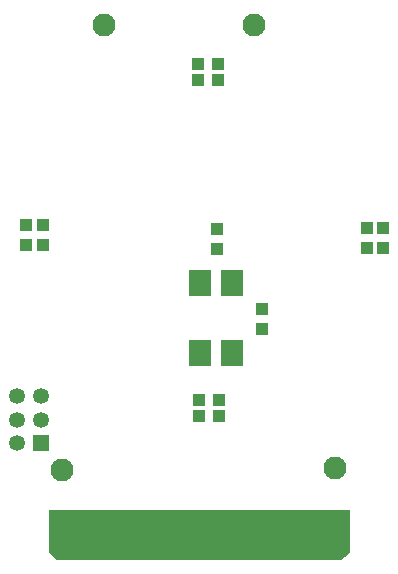
<source format=gbs>
%FSLAX24Y24*%
%MOIN*%
G70*
G01*
G75*
G04 Layer_Color=16711935*
%ADD10C,0.0060*%
%ADD11C,0.0100*%
%ADD12C,0.0140*%
%ADD13C,0.0200*%
%ADD14R,0.0197X0.1417*%
%ADD15R,0.0433X0.0394*%
%ADD16R,0.0276X0.0571*%
%ADD17R,0.0394X0.0433*%
%ADD18R,0.0400X0.1000*%
G04:AMPARAMS|DCode=19|XSize=31.5mil|YSize=74.8mil|CornerRadius=0mil|HoleSize=0mil|Usage=FLASHONLY|Rotation=135.000|XOffset=0mil|YOffset=0mil|HoleType=Round|Shape=Round|*
%AMOVALD19*
21,1,0.0433,0.0315,0.0000,0.0000,225.0*
1,1,0.0315,0.0153,0.0153*
1,1,0.0315,-0.0153,-0.0153*
%
%ADD19OVALD19*%

G04:AMPARAMS|DCode=20|XSize=31.5mil|YSize=74.8mil|CornerRadius=0mil|HoleSize=0mil|Usage=FLASHONLY|Rotation=45.000|XOffset=0mil|YOffset=0mil|HoleType=Round|Shape=Round|*
%AMOVALD20*
21,1,0.0433,0.0315,0.0000,0.0000,135.0*
1,1,0.0315,0.0153,-0.0153*
1,1,0.0315,-0.0153,0.0153*
%
%ADD20OVALD20*%

G04:AMPARAMS|DCode=21|XSize=39.4mil|YSize=43.3mil|CornerRadius=0mil|HoleSize=0mil|Usage=FLASHONLY|Rotation=45.000|XOffset=0mil|YOffset=0mil|HoleType=Round|Shape=Rectangle|*
%AMROTATEDRECTD21*
4,1,4,0.0014,-0.0292,-0.0292,0.0014,-0.0014,0.0292,0.0292,-0.0014,0.0014,-0.0292,0.0*
%
%ADD21ROTATEDRECTD21*%

%ADD22C,0.0705*%
%ADD23R,0.0530X0.0530*%
%ADD24C,0.0530*%
%ADD25C,0.0240*%
%ADD26C,0.0400*%
%ADD27C,0.1500*%
%ADD28C,0.0400*%
G04:AMPARAMS|DCode=29|XSize=94mil|YSize=94mil|CornerRadius=0mil|HoleSize=0mil|Usage=FLASHONLY|Rotation=0.000|XOffset=0mil|YOffset=0mil|HoleType=Round|Shape=Relief|Width=8mil|Gap=10mil|Entries=4|*
%AMTHD29*
7,0,0,0.0940,0.0740,0.0080,45*
%
%ADD29THD29*%
%ADD30C,0.0780*%
%ADD31C,0.0594*%
G04:AMPARAMS|DCode=32|XSize=75.433mil|YSize=75.433mil|CornerRadius=0mil|HoleSize=0mil|Usage=FLASHONLY|Rotation=0.000|XOffset=0mil|YOffset=0mil|HoleType=Round|Shape=Relief|Width=8mil|Gap=10mil|Entries=4|*
%AMTHD32*
7,0,0,0.0754,0.0554,0.0080,45*
%
%ADD32THD32*%
%ADD33C,0.0320*%
%ADD34C,0.0440*%
%ADD35R,0.0669X0.0827*%
%ADD36C,0.0197*%
%ADD37C,0.0098*%
%ADD38C,0.0010*%
%ADD39C,0.0050*%
%ADD40C,0.0079*%
%ADD41R,0.0257X0.1477*%
%ADD42C,0.0765*%
%ADD43R,0.0729X0.0887*%
G36*
X10389Y-3764D02*
X10114Y-4000D01*
X626D01*
X350Y-3764D01*
Y-2307D01*
X10389D01*
Y-3764D01*
D02*
G37*
D15*
X5985Y12000D02*
D03*
X5315D02*
D03*
X5365Y1350D02*
D03*
X6035D02*
D03*
X5985Y12550D02*
D03*
X5315D02*
D03*
X5365Y800D02*
D03*
X6035Y800D02*
D03*
D17*
X-400Y7185D02*
D03*
Y6515D02*
D03*
X11500Y6415D02*
D03*
Y7085D02*
D03*
X10950Y6415D02*
D03*
Y7085D02*
D03*
X150Y7185D02*
D03*
Y6515D02*
D03*
X5950Y6365D02*
D03*
Y7035D02*
D03*
X7450Y3715D02*
D03*
Y4385D02*
D03*
D23*
X100Y-100D02*
D03*
D24*
X-687D02*
D03*
X100Y687D02*
D03*
X-687D02*
D03*
X100Y1475D02*
D03*
X-687D02*
D03*
D41*
X3933Y-3213D02*
D03*
X3618D02*
D03*
X2988D02*
D03*
X3303D02*
D03*
X2358D02*
D03*
X2673D02*
D03*
X5822D02*
D03*
X5507D02*
D03*
X4878D02*
D03*
X5193D02*
D03*
X4248D02*
D03*
X4563D02*
D03*
X7712D02*
D03*
X7397D02*
D03*
X6767D02*
D03*
X7082D02*
D03*
X6137D02*
D03*
X6452D02*
D03*
X8027D02*
D03*
X8657D02*
D03*
X8342D02*
D03*
X9287D02*
D03*
X8972D02*
D03*
X9602D02*
D03*
X9917D02*
D03*
X2043D02*
D03*
X1413D02*
D03*
X1728D02*
D03*
X783D02*
D03*
X1098D02*
D03*
D42*
X7210Y13830D02*
D03*
X2210D02*
D03*
X800Y-1000D02*
D03*
X9900Y-930D02*
D03*
D43*
X6463Y2927D02*
D03*
Y5250D02*
D03*
X5400Y2927D02*
D03*
Y5250D02*
D03*
M02*

</source>
